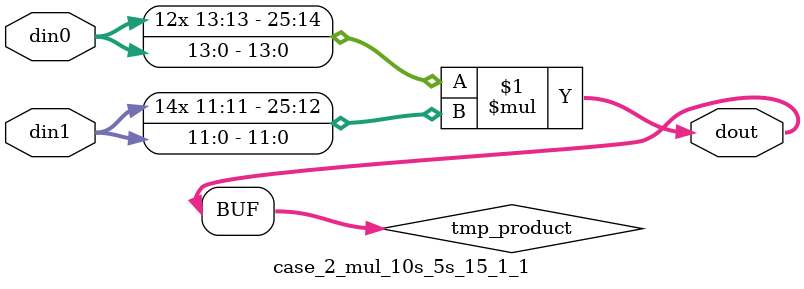
<source format=v>

`timescale 1 ns / 1 ps

 module case_2_mul_10s_5s_15_1_1(din0, din1, dout);
parameter ID = 1;
parameter NUM_STAGE = 0;
parameter din0_WIDTH = 14;
parameter din1_WIDTH = 12;
parameter dout_WIDTH = 26;

input [din0_WIDTH - 1 : 0] din0; 
input [din1_WIDTH - 1 : 0] din1; 
output [dout_WIDTH - 1 : 0] dout;

wire signed [dout_WIDTH - 1 : 0] tmp_product;



























assign tmp_product = $signed(din0) * $signed(din1);








assign dout = tmp_product;





















endmodule

</source>
